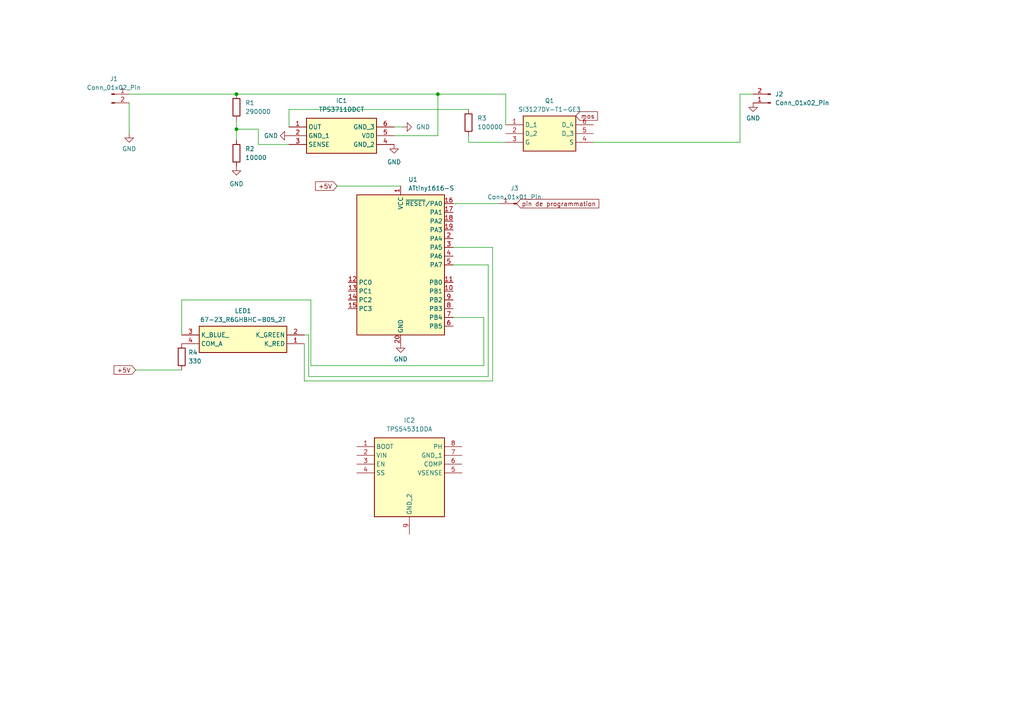
<source format=kicad_sch>
(kicad_sch (version 20230121) (generator eeschema)
  (paper "A4")
  (lib_symbols
    (symbol "67-23_R6GHBHC-B05_2T:67-23_R6GHBHC-B05_2T"
      (property "Reference" "LED" (at 31.75 7.62 0))
      (property "Value" "67-23_R6GHBHC-B05_2T" (at 31.75 5.08 0))
      (symbol "67-23_R6GHBHC-B05_2T_1_1"
        (rectangle (start 5.08 2.54) (end 30.48 -5.08) (stroke (width 0.254)) (fill (type background)))
        (pin passive line (at 35.56 -2.54 180) (length 5.08) (name "K_RED") (number "1"))
        (pin passive line (at 35.56 0 180) (length 5.08) (name "K_GREEN") (number "2"))
        (pin passive line (at 0 0 0) (length 5.08) (name "K_BLUE_") (number "3"))
        (pin passive line (at 0 -2.54 0) (length 5.08) (name "COM_A") (number "4"))
      )
    )
    (symbol "Connector:Conn_01x01_Pin" (pin_names (offset 1.016) hide)
      (property "Reference" "J" (at 0 2.54 0))
      (property "Value" "Conn_01x01_Pin" (at 0 -2.54 0))
      (symbol "Conn_01x01_Pin_1_1"
        (polyline (pts (xy 1.27 0) (xy 0.8636 0)) (stroke (width 0.1524)))
        (rectangle (start 0.8636 0.127) (end 0 -0.127) (stroke (width 0.1524)) (fill (type outline)))
        (pin passive line (at 5.08 0 180) (length 3.81) (name "Pin_1") (number "1"))
      )
    )
    (symbol "Connector:Conn_01x02_Pin" (pin_names (offset 1.016) hide)
      (property "Reference" "J" (at 0 2.54 0))
      (property "Value" "Conn_01x02_Pin" (at 0 -5.08 0))
      (symbol "Conn_01x02_Pin_1_1"
        (polyline (pts (xy 1.27 -2.54) (xy 0.8636 -2.54)) (stroke (width 0.1524)))
        (polyline (pts (xy 1.27 0) (xy 0.8636 0)) (stroke (width 0.1524)))
        (rectangle (start 0.8636 -2.413) (end 0 -2.667) (stroke (width 0.1524)) (fill (type outline)))
        (rectangle (start 0.8636 0.127) (end 0 -0.127) (stroke (width 0.1524)) (fill (type outline)))
        (pin passive line (at 5.08 0 180) (length 3.81) (name "Pin_1") (number "1"))
        (pin passive line (at 5.08 -2.54 180) (length 3.81) (name "Pin_2") (number "2"))
      )
    )
    (symbol "Device:R" (pin_numbers hide) (pin_names (offset 0))
      (property "Reference" "R" (at 2.032 0 90))
      (property "Value" "R" (at 0 0 90))
      (symbol "R_0_1"
        (rectangle (start -1.016 -2.54) (end 1.016 2.54) (stroke (width 0.254)))
      )
      (symbol "R_1_1"
        (pin passive line (at 0 3.81 270) (length 1.27) (name "~") (number "1"))
        (pin passive line (at 0 -3.81 90) (length 1.27) (name "~") (number "2"))
      )
    )
    (symbol "MCU_Microchip_ATtiny:ATtiny1616-S"
      (property "Reference" "U" (at -12.7 21.59 0))
      (property "Value" "ATtiny1616-S" (at 2.54 -21.59 0))
      (symbol "ATtiny1616-S_0_1"
        (rectangle (start -12.7 -20.32) (end 12.7 20.32) (stroke (width 0.254)) (fill (type background)))
      )
      (symbol "ATtiny1616-S_1_1"
        (pin power_in line (at 0 22.86 270) (length 2.54) (name "VCC") (number "1"))
        (pin bidirectional line (at 15.24 -7.62 180) (length 2.54) (name "PB1") (number "10"))
        (pin bidirectional line (at 15.24 -5.08 180) (length 2.54) (name "PB0") (number "11"))
        (pin bidirectional line (at -15.24 -5.08 0) (length 2.54) (name "PC0") (number "12"))
        (pin bidirectional line (at -15.24 -7.62 0) (length 2.54) (name "PC1") (number "13"))
        (pin bidirectional line (at -15.24 -10.16 0) (length 2.54) (name "PC2") (number "14"))
        (pin bidirectional line (at -15.24 -12.7 0) (length 2.54) (name "PC3") (number "15"))
        (pin bidirectional line (at 15.24 17.78 180) (length 2.54) (name "~{RESET}/PA0") (number "16"))
        (pin bidirectional line (at 15.24 15.24 180) (length 2.54) (name "PA1") (number "17"))
        (pin bidirectional line (at 15.24 12.7 180) (length 2.54) (name "PA2") (number "18"))
        (pin bidirectional line (at 15.24 10.16 180) (length 2.54) (name "PA3") (number "19"))
        (pin bidirectional line (at 15.24 7.62 180) (length 2.54) (name "PA4") (number "2"))
        (pin power_in line (at 0 -22.86 90) (length 2.54) (name "GND") (number "20"))
        (pin bidirectional line (at 15.24 5.08 180) (length 2.54) (name "PA5") (number "3"))
        (pin bidirectional line (at 15.24 2.54 180) (length 2.54) (name "PA6") (number "4"))
        (pin bidirectional line (at 15.24 0 180) (length 2.54) (name "PA7") (number "5"))
        (pin bidirectional line (at 15.24 -17.78 180) (length 2.54) (name "PB5") (number "6"))
        (pin bidirectional line (at 15.24 -15.24 180) (length 2.54) (name "PB4") (number "7"))
        (pin bidirectional line (at 15.24 -12.7 180) (length 2.54) (name "PB3") (number "8"))
        (pin bidirectional line (at 15.24 -10.16 180) (length 2.54) (name "PB2") (number "9"))
      )
    )
    (symbol "SI3127DV-T1-GE3:SI3127DV-T1-GE3"
      (property "Reference" "Q" (at 21.59 7.62 0))
      (property "Value" "SI3127DV-T1-GE3" (at 21.59 5.08 0))
      (symbol "SI3127DV-T1-GE3_1_1"
        (rectangle (start 5.08 2.54) (end 20.32 -7.62) (stroke (width 0.254)) (fill (type background)))
        (pin passive line (at 0 0 0) (length 5.08) (name "D_1") (number "1"))
        (pin passive line (at 0 -2.54 0) (length 5.08) (name "D_2") (number "2"))
        (pin passive line (at 0 -5.08 0) (length 5.08) (name "G") (number "3"))
        (pin passive line (at 25.4 -5.08 180) (length 5.08) (name "S") (number "4"))
        (pin passive line (at 25.4 -2.54 180) (length 5.08) (name "D_3") (number "5"))
        (pin passive line (at 25.4 0 180) (length 5.08) (name "D_4") (number "6"))
      )
    )
    (symbol "SamacSys_Parts:TPS54531DDA"
      (property "Reference" "IC" (at 26.67 7.62 0))
      (property "Value" "TPS54531DDA" (at 26.67 5.08 0))
      (symbol "TPS54531DDA_1_1"
        (rectangle (start 5.08 2.54) (end 25.4 -20.32) (stroke (width 0.254)) (fill (type background)))
        (pin passive line (at 0 0 0) (length 5.08) (name "BOOT") (number "1"))
        (pin passive line (at 0 -2.54 0) (length 5.08) (name "VIN") (number "2"))
        (pin passive line (at 0 -5.08 0) (length 5.08) (name "EN") (number "3"))
        (pin passive line (at 0 -7.62 0) (length 5.08) (name "SS") (number "4"))
        (pin passive line (at 30.48 -7.62 180) (length 5.08) (name "VSENSE") (number "5"))
        (pin passive line (at 30.48 -5.08 180) (length 5.08) (name "COMP") (number "6"))
        (pin passive line (at 30.48 -2.54 180) (length 5.08) (name "GND_1") (number "7"))
        (pin passive line (at 30.48 0 180) (length 5.08) (name "PH") (number "8"))
        (pin passive line (at 15.24 -25.4 90) (length 5.08) (name "GND_2") (number "9"))
      )
    )
    (symbol "TPS3711DDCT:TPS3711DDCT"
      (property "Reference" "IC" (at 26.67 7.62 0))
      (property "Value" "TPS3711DDCT" (at 26.67 5.08 0))
      (symbol "TPS3711DDCT_1_1"
        (rectangle (start 5.08 2.54) (end 25.4 -7.62) (stroke (width 0.254)) (fill (type background)))
        (pin passive line (at 0 0 0) (length 5.08) (name "OUT") (number "1"))
        (pin passive line (at 0 -2.54 0) (length 5.08) (name "GND_1") (number "2"))
        (pin passive line (at 0 -5.08 0) (length 5.08) (name "SENSE") (number "3"))
        (pin passive line (at 30.48 -5.08 180) (length 5.08) (name "GND_2") (number "4"))
        (pin passive line (at 30.48 -2.54 180) (length 5.08) (name "VDD") (number "5"))
        (pin passive line (at 30.48 0 180) (length 5.08) (name "GND_3") (number "6"))
      )
    )
    (symbol "power:GND" (power) (pin_names (offset 0))
      (property "Value" "GND" (at 0 -3.81 0))
      (symbol "GND_0_1"
        (polyline (pts (xy 0 0) (xy 0 -1.27) (xy 1.27 -1.27) (xy 0 -2.54) (xy -1.27 -1.27) (xy 0 -1.27)))
      )
      (symbol "GND_1_1"
        (pin power_in line (at 0 0 270) (length 0) hide (name "GND") (number "1"))
      )
    )
  )
  (junction (at 68.58 37.465))
  (junction (at 68.58 27.305))
  (junction (at 127 27.305))
  (wire (pts (xy 114.3 39.37) (xy 127 39.37)))
  (wire (pts (xy 131.445 76.835) (xy 141.605 76.835)))
  (wire (pts (xy 88.265 110.49) (xy 88.265 99.695)))
  (wire (pts (xy 68.58 34.925) (xy 68.58 37.465)))
  (wire (pts (xy 89.535 97.155) (xy 88.265 97.155)))
  (wire (pts (xy 127 27.305) (xy 127 39.37)))
  (wire (pts (xy 83.82 31.75) (xy 135.89 31.75)))
  (wire (pts (xy 39.37 107.315) (xy 52.705 107.315)))
  (wire (pts (xy 116.84 36.83) (xy 114.3 36.83)))
  (wire (pts (xy 68.58 27.305) (xy 127 27.305)))
  (wire (pts (xy 140.335 92.075) (xy 131.445 92.075)))
  (wire (pts (xy 131.445 59.055) (xy 144.78 59.055)))
  (wire (pts (xy 83.82 36.83) (xy 83.82 31.75)))
  (wire (pts (xy 135.89 41.275) (xy 135.89 39.37)))
  (wire (pts (xy 146.685 41.275) (xy 135.89 41.275)))
  (wire (pts (xy 142.875 71.755) (xy 142.875 110.49)))
  (wire (pts (xy 140.335 106.045) (xy 140.335 92.075)))
  (wire (pts (xy 74.93 37.465) (xy 74.93 41.91)))
  (wire (pts (xy 97.79 53.975) (xy 116.205 53.975)))
  (wire (pts (xy 68.58 37.465) (xy 74.93 37.465)))
  (wire (pts (xy 37.465 29.845) (xy 37.465 38.735)))
  (wire (pts (xy 90.17 106.045) (xy 140.335 106.045)))
  (wire (pts (xy 90.17 86.995) (xy 90.17 106.045)))
  (wire (pts (xy 52.705 97.155) (xy 52.705 86.995)))
  (wire (pts (xy 74.93 41.91) (xy 83.82 41.91)))
  (wire (pts (xy 37.465 27.305) (xy 68.58 27.305)))
  (wire (pts (xy 89.535 109.22) (xy 89.535 97.155)))
  (wire (pts (xy 146.685 27.305) (xy 146.685 36.195)))
  (wire (pts (xy 214.63 41.275) (xy 214.63 27.305)))
  (wire (pts (xy 141.605 109.22) (xy 89.535 109.22)))
  (wire (pts (xy 68.58 37.465) (xy 68.58 40.64)))
  (wire (pts (xy 52.705 86.995) (xy 90.17 86.995)))
  (wire (pts (xy 127 27.305) (xy 146.685 27.305)))
  (wire (pts (xy 172.085 41.275) (xy 214.63 41.275)))
  (wire (pts (xy 131.445 71.755) (xy 142.875 71.755)))
  (wire (pts (xy 141.605 76.835) (xy 141.605 109.22)))
  (wire (pts (xy 214.63 27.305) (xy 218.44 27.305)))
  (wire (pts (xy 142.875 110.49) (xy 88.265 110.49)))
  (global_label "mos" (shape input) (at 167.005 33.655 0) (property "Intersheetrefs" "${INTERSHEET_REFS}" (effects hide)))
  (global_label "+5V" (shape input) (at 97.79 53.975 180) (property "Intersheetrefs" "${INTERSHEET_REFS}" (effects hide)))
  (global_label "+5V" (shape input) (at 39.37 107.315 180) (property "Intersheetrefs" "${INTERSHEET_REFS}" (effects hide)))
  (global_label "pin de programmation" (shape input) (at 149.86 59.055 0) (property "Intersheetrefs" "${INTERSHEET_REFS}" (effects hide)))
  (symbol (lib_id "power:GND") (at 218.44 29.845 0) (unit 1)
    (property "Reference" "#PWR06" (effects hide))
    (property "Value" "GND" (at 218.44 34.29 0))
  )
  (symbol (lib_id "power:GND") (at 68.58 48.26 0) (unit 1)
    (property "Reference" "#PWR03" (effects hide))
    (property "Value" "GND" (at 68.58 53.34 0))
  )
  (symbol (lib_id "power:GND") (at 116.84 36.83 90) (unit 1)
    (property "Reference" "#PWR05" (effects hide))
    (property "Value" "GND" (at 120.65 36.83 90) (effects (justify right)))
  )
  (symbol (lib_id "Device:R") (at 52.705 103.505 0) (unit 1)
    (property "Reference" "R4" (at 54.61 102.235 0) (effects (justify left)))
    (property "Value" "330" (at 54.61 104.775 0) (effects (justify left)))
  )
  (symbol (lib_id "power:GND") (at 37.465 38.735 0) (unit 1)
    (property "Reference" "#PWR01" (effects hide))
    (property "Value" "GND" (at 37.465 43.18 0))
  )
  (symbol (lib_id "Device:R") (at 135.89 35.56 0) (unit 1)
    (property "Reference" "R3" (at 138.43 34.29 0) (effects (justify left)))
    (property "Value" "100000" (at 138.43 36.83 0) (effects (justify left)))
  )
  (symbol (lib_id "power:GND") (at 83.82 39.37 270) (unit 1)
    (property "Reference" "#PWR02" (effects hide))
    (property "Value" "GND" (at 80.645 39.37 90) (effects (justify right)))
  )
  (symbol (lib_id "TPS3711DDCT:TPS3711DDCT") (at 83.82 36.83 0) (unit 1)
    (property "Reference" "IC1" (at 99.06 29.21 0))
    (property "Value" "TPS3711DDCT" (at 99.06 31.75 0))
    (property "Footprint" "SOT95P280X110-6N" (effects hide))
    (property "Datasheet" "https://www.ti.com/lit/ds/symlink/tps3711.pdf?ts=1607065144199&ref_url=https%253A%252F%252Fwww.ti.com%252Fstore%252Fti%252Fen%252Fp%252Fproduct%252F%253Fp%253DTPS3711DDCT%2526keyMatch%253DTPS3711DDCT%2526tisearch%253DSearch-EN-everything%2526usecase%253DO" (effects hide))
    (property "Height" "1.1" (effects hide))
    (property "Manufacturer_Name" "Texas Instruments" (effects hide))
    (property "Manufacturer_Part_Number" "TPS3711DDCT" (effects hide))
    (property "Mouser Part Number" "595-TPS3711DDCT" (effects hide))
    (property "Mouser Price/Stock" "https://www.mouser.co.uk/ProductDetail/Texas-Instruments/TPS3711DDCT?qs=8%2FmU9qzJpL%2F0WpwEKtinzA%3D%3D" (effects hide))
    (property "Arrow Part Number" "TPS3711DDCT" (effects hide))
    (property "Arrow Price/Stock" "https://www.arrow.com/en/products/tps3711ddct/texas-instruments" (effects hide))
  )
  (symbol (lib_id "67-23_R6GHBHC-B05_2T:67-23_R6GHBHC-B05_2T") (at 52.705 97.155 0) (unit 1)
    (property "Reference" "LED1" (at 70.485 90.17 0))
    (property "Value" "67-23_R6GHBHC-B05_2T" (at 70.485 92.71 0))
    (property "Footprint" "6723R6GHBHCB052T" (effects hide))
    (property "Height" "2.1" (effects hide))
    (property "Manufacturer_Name" "Everlight" (effects hide))
    (property "Manufacturer_Part_Number" "67-23/R6GHBHC-B05/2T" (effects hide))
  )
  (symbol (lib_id "Device:R") (at 68.58 31.115 0) (unit 1)
    (property "Reference" "R1" (at 71.12 29.845 0) (effects (justify left)))
    (property "Value" "290000" (at 71.12 32.385 0) (effects (justify left)))
  )
  (symbol (lib_id "MCU_Microchip_ATtiny:ATtiny1616-S") (at 116.205 76.835 0) (unit 1)
    (property "Reference" "U1" (at 118.3991 52.07 0) (effects (justify left)))
    (property "Value" "ATtiny1616-S" (at 118.3991 54.61 0) (effects (justify left)))
    (property "Footprint" "Package_SO:SOIC-20W_7.5x12.8mm_P1.27mm" (effects hide))
    (property "Datasheet" "http://ww1.microchip.com/downloads/en/DeviceDoc/ATtiny3216_ATtiny1616-data-sheet-40001997B.pdf" (effects hide))
  )
  (symbol (lib_id "Device:R") (at 68.58 44.45 0) (unit 1)
    (property "Reference" "R2" (at 71.12 43.18 0) (effects (justify left)))
    (property "Value" "10000" (at 71.12 45.72 0) (effects (justify left)))
  )
  (symbol (lib_id "Connector:Conn_01x02_Pin") (at 32.385 27.305 0) (unit 1)
    (property "Reference" "J1" (at 33.02 22.86 0))
    (property "Value" "Conn_01x02_Pin" (at 33.02 25.4 0))
  )
  (symbol (lib_id "SI3127DV-T1-GE3:SI3127DV-T1-GE3") (at 146.685 36.195 0) (unit 1)
    (property "Reference" "Q1" (at 159.385 29.21 0))
    (property "Value" "SI3127DV-T1-GE3" (at 159.385 31.75 0))
    (property "Footprint" "SOT95P284X110-6N" (effects hide))
    (property "Datasheet" "https://www.vishay.com/docs/64282/si3127dv.pdf" (effects hide))
    (property "Height" "1.1" (effects hide))
    (property "Manufacturer_Name" "Vishay" (effects hide))
    (property "Manufacturer_Part_Number" "SI3127DV-T1-GE3" (effects hide))
    (property "Mouser Part Number" "78-SI3127DV-T1-GE3" (effects hide))
    (property "Mouser Price/Stock" "https://www.mouser.co.uk/ProductDetail/Vishay-Siliconix/SI3127DV-T1-GE3?qs=nKAiUEXvm%2FB6ugBbItgo7Q%3D%3D" (effects hide))
    (property "Arrow Part Number" "SI3127DV-T1-GE3" (effects hide))
    (property "Arrow Price/Stock" "https://www.arrow.com/en/products/si3127dv-t1-ge3/vishay?region=nac" (effects hide))
  )
  (symbol (lib_id "Connector:Conn_01x02_Pin") (at 223.52 29.845 180) (unit 1)
    (property "Reference" "J2" (at 224.79 27.305 0) (effects (justify right)))
    (property "Value" "Conn_01x02_Pin" (at 224.79 29.845 0) (effects (justify right)))
  )
  (symbol (lib_id "SamacSys_Parts:TPS54531DDA") (at 103.505 129.54 0) (unit 1)
    (property "Reference" "IC2" (at 118.745 121.92 0))
    (property "Value" "TPS54531DDA" (at 118.745 124.46 0))
    (property "Footprint" "SOIC127P600X170-9N" (effects hide))
    (property "Datasheet" "http://www.ti.com/lit/gpn/tps54531" (effects hide))
    (property "Height" "1.7" (effects hide))
    (property "Manufacturer_Name" "Texas Instruments" (effects hide))
    (property "Manufacturer_Part_Number" "TPS54531DDA" (effects hide))
    (property "Mouser Part Number" "595-TPS54531DDA" (effects hide))
    (property "Mouser Price/Stock" "https://www.mouser.co.uk/ProductDetail/Texas-Instruments/TPS54531DDA?qs=jA5Ki6243omoJVKISZs%2FBg%3D%3D" (effects hide))
    (property "Arrow Part Number" "TPS54531DDA" (effects hide))
    (property "Arrow Price/Stock" "https://www.arrow.com/en/products/tps54531dda/texas-instruments?region=nac" (effects hide))
  )
  (symbol (lib_id "power:GND") (at 116.205 99.695 0) (unit 1)
    (property "Reference" "#PWR07" (effects hide))
    (property "Value" "GND" (at 116.205 104.14 0))
  )
  (symbol (lib_id "Connector:Conn_01x01_Pin") (at 149.86 59.055 180) (unit 1)
    (property "Reference" "J3" (at 149.225 54.61 0))
    (property "Value" "Conn_01x01_Pin" (at 149.225 57.15 0))
  )
  (symbol (lib_id "power:GND") (at 114.3 41.91 0) (unit 1)
    (property "Reference" "#PWR04" (effects hide))
    (property "Value" "GND" (at 114.3 46.99 0))
  )
)
</source>
